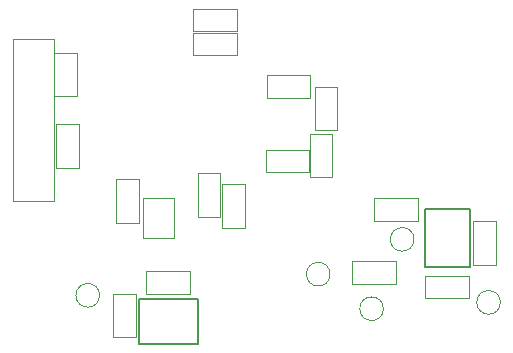
<source format=gbr>
%TF.GenerationSoftware,KiCad,Pcbnew,(5.0.2)-1*%
%TF.CreationDate,2021-04-08T12:32:07+02:00*%
%TF.ProjectId,trackerGPS,74726163-6b65-4724-9750-532e6b696361,rev?*%
%TF.SameCoordinates,Original*%
%TF.FileFunction,Other,User*%
%FSLAX46Y46*%
G04 Gerber Fmt 4.6, Leading zero omitted, Abs format (unit mm)*
G04 Created by KiCad (PCBNEW (5.0.2)-1) date 08/04/2021 12:32:07*
%MOMM*%
%LPD*%
G01*
G04 APERTURE LIST*
%ADD10C,0.050000*%
%ADD11C,0.150000*%
G04 APERTURE END LIST*
D10*
X106587800Y-90055700D02*
G75*
G03X106587800Y-90055700I-1000000J0D01*
G01*
X126095000Y-88265000D02*
G75*
G03X126095000Y-88265000I-1000000J0D01*
G01*
X109636600Y-89920200D02*
X107736600Y-89920200D01*
X107736600Y-89920200D02*
X107736600Y-93620200D01*
X107736600Y-93620200D02*
X109636600Y-93620200D01*
X109636600Y-93620200D02*
X109636600Y-89920200D01*
D11*
X109922952Y-90400280D02*
X109922952Y-90400280D01*
X109922952Y-90400280D02*
X114879152Y-90400280D01*
X114879152Y-90400280D02*
X114879152Y-94150280D01*
X114879152Y-94150280D02*
X109922952Y-94150280D01*
X109922952Y-94150280D02*
X109922952Y-90400280D01*
D10*
X131694800Y-89062600D02*
X131694800Y-87162600D01*
X131694800Y-87162600D02*
X127994800Y-87162600D01*
X127994800Y-87162600D02*
X127994800Y-89062600D01*
X127994800Y-89062600D02*
X131694800Y-89062600D01*
X130616200Y-91186000D02*
G75*
G03X130616200Y-91186000I-1000000J0D01*
G01*
X140522200Y-90652600D02*
G75*
G03X140522200Y-90652600I-1000000J0D01*
G01*
X133207000Y-85318600D02*
G75*
G03X133207000Y-85318600I-1000000J0D01*
G01*
X126705400Y-76085200D02*
X126705400Y-72385200D01*
X124805400Y-76085200D02*
X126705400Y-76085200D01*
X124805400Y-72385200D02*
X124805400Y-76085200D01*
X126705400Y-72385200D02*
X124805400Y-72385200D01*
X126299000Y-76356600D02*
X124399000Y-76356600D01*
X124399000Y-76356600D02*
X124399000Y-80056600D01*
X124399000Y-80056600D02*
X126299000Y-80056600D01*
X126299000Y-80056600D02*
X126299000Y-76356600D01*
X110525653Y-89923280D02*
X114225653Y-89923280D01*
X110525653Y-88023280D02*
X110525653Y-89923280D01*
X114225653Y-88023280D02*
X110525653Y-88023280D01*
X114225653Y-89923280D02*
X114225653Y-88023280D01*
X112856800Y-85240600D02*
X112856800Y-81840600D01*
X110256800Y-85240600D02*
X112856800Y-85240600D01*
X110256800Y-81840600D02*
X110256800Y-85240600D01*
X112856800Y-81840600D02*
X110256800Y-81840600D01*
X109890600Y-83933800D02*
X109890600Y-80233800D01*
X107990600Y-83933800D02*
X109890600Y-83933800D01*
X107990600Y-80233800D02*
X107990600Y-83933800D01*
X109890600Y-80233800D02*
X107990600Y-80233800D01*
X120721400Y-73340000D02*
X124421400Y-73340000D01*
X120721400Y-71440000D02*
X120721400Y-73340000D01*
X124421400Y-71440000D02*
X120721400Y-71440000D01*
X124421400Y-73340000D02*
X124421400Y-71440000D01*
X120637800Y-77739200D02*
X120637800Y-79639200D01*
X120637800Y-79639200D02*
X124337800Y-79639200D01*
X124337800Y-79639200D02*
X124337800Y-77739200D01*
X124337800Y-77739200D02*
X120637800Y-77739200D01*
X102732800Y-73198600D02*
X104632800Y-73198600D01*
X104632800Y-73198600D02*
X104632800Y-69498600D01*
X104632800Y-69498600D02*
X102732800Y-69498600D01*
X102732800Y-69498600D02*
X102732800Y-73198600D01*
X102765000Y-68329400D02*
X99215000Y-68329400D01*
X99215000Y-68329400D02*
X99215000Y-82029400D01*
X99215000Y-82029400D02*
X102765000Y-82029400D01*
X102765000Y-82029400D02*
X102765000Y-68329400D01*
X104836000Y-79269200D02*
X104836000Y-75569200D01*
X102936000Y-79269200D02*
X104836000Y-79269200D01*
X102936000Y-75569200D02*
X102936000Y-79269200D01*
X104836000Y-75569200D02*
X102936000Y-75569200D01*
X114489601Y-67823040D02*
X114489601Y-69723040D01*
X114489601Y-69723040D02*
X118189601Y-69723040D01*
X118189601Y-69723040D02*
X118189601Y-67823040D01*
X118189601Y-67823040D02*
X114489601Y-67823040D01*
X118189601Y-65791040D02*
X114489601Y-65791040D01*
X118189601Y-67691040D02*
X118189601Y-65791040D01*
X114489601Y-67691040D02*
X118189601Y-67691040D01*
X114489601Y-65791040D02*
X114489601Y-67691040D01*
X116799400Y-79734800D02*
X114899400Y-79734800D01*
X114899400Y-79734800D02*
X114899400Y-83434800D01*
X114899400Y-83434800D02*
X116799400Y-83434800D01*
X116799400Y-83434800D02*
X116799400Y-79734800D01*
X118882200Y-80649200D02*
X116982200Y-80649200D01*
X116982200Y-80649200D02*
X116982200Y-84349200D01*
X116982200Y-84349200D02*
X118882200Y-84349200D01*
X118882200Y-84349200D02*
X118882200Y-80649200D01*
X129823600Y-83728600D02*
X133523600Y-83728600D01*
X129823600Y-81828600D02*
X129823600Y-83728600D01*
X133523600Y-81828600D02*
X129823600Y-81828600D01*
X133523600Y-83728600D02*
X133523600Y-81828600D01*
X140142000Y-83789800D02*
X138242000Y-83789800D01*
X138242000Y-83789800D02*
X138242000Y-87489800D01*
X138242000Y-87489800D02*
X140142000Y-87489800D01*
X140142000Y-87489800D02*
X140142000Y-83789800D01*
X134158000Y-90307200D02*
X137858000Y-90307200D01*
X134158000Y-88407200D02*
X134158000Y-90307200D01*
X137858000Y-88407200D02*
X134158000Y-88407200D01*
X137858000Y-90307200D02*
X137858000Y-88407200D01*
D11*
X137917400Y-82713499D02*
X137917400Y-82713499D01*
X137917400Y-82713499D02*
X137917400Y-87669699D01*
X137917400Y-87669699D02*
X134167400Y-87669699D01*
X134167400Y-87669699D02*
X134167400Y-82713499D01*
X134167400Y-82713499D02*
X137917400Y-82713499D01*
M02*

</source>
